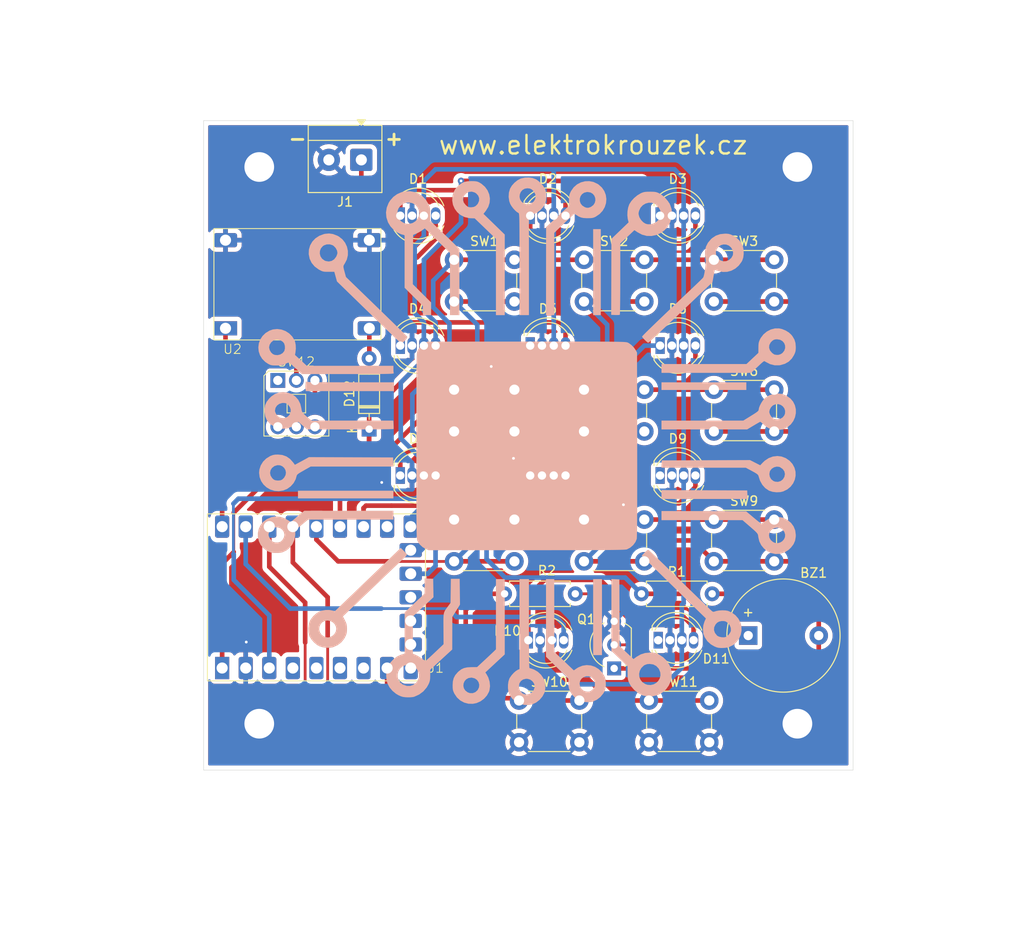
<source format=kicad_pcb>
(kicad_pcb (version 20241229) (generator "pcbnew") (generator_version "9.0")
  (layers (0 "F.Cu" signal) (2 "B.Cu" signal) (13 "F.Paste" user) (15 "B.Paste" user) (5 "F.SilkS" user "F.Silkscreen") (7 "B.SilkS" user "B.Silkscreen") (1 "F.Mask" user) (3 "B.Mask" user) (25 "Edge.Cuts" user))
  (net 0 "")
  (net 1 "Net-(BZ1--)")
  (net 2 "+5V")
  (net 3 "Net-(D1-DO)")
  (net 4 "+3V3")
  (net 5 "GND")
  (net 6 "LED0")
  (net 7 "Net-(D2-DO)")
  (net 8 "Net-(D3-DO)")
  (net 9 "Net-(D4-DO)")
  (net 10 "Net-(D5-DO)")
  (net 11 "Net-(D6-DO)")
  (net 12 "Net-(D7-DO)")
  (net 13 "Net-(D8-DO)")
  (net 15 "Net-(D10-DO)")
  (net 16 "LED1")
  (net 18 "Net-(D12-A)")
  (net 19 "Net-(J1-Pin_1)")
  (net 20 "Net-(Q1-B)")
  (net 21 "BUZ")
  (net 22 "ROW0")
  (net 23 "COL0")
  (net 24 "COL1")
  (net 25 "COL2")
  (net 26 "ROW1")
  (net 27 "ROW2")
  (net 28 "BTN0")
  (net 29 "BTN1")
  (net 32 "Net-(U2-+Vin)")
  (footprint "Krouzek:LED_D5.0mm-4_RGB" (layer "F.Cu") (at 140.141393 114.651)
    (property "Reference" "D10" (at -2.25 -1 0) (layer "F.SilkS"))
    (property "Value" "APA-106-F5")
    (pad "1" thru_hole rect (at 0 0) (size 1 1.8) (drill 0.9) (layers "*.Cu" "*.Mask") (net 15 "Net-(D10-DO)"))
    (pad "2" thru_hole oval (at 1.27 0) (size 1 1.8) (drill 0.9) (layers "*.Cu" "*.Mask") (net 5 "GND"))
    (pad "3" thru_hole oval (at 2.54 0) (size 1 1.8) (drill 0.9) (layers "*.Cu" "*.Mask") (net 4 "+3V3"))
    (pad "4" thru_hole oval (at 3.81 0) (size 1 1.8) (drill 0.9) (layers "*.Cu" "*.Mask") (net 16 "LED1"))
  )
  (footprint "Button_Switch_THT:SW_PUSH_6mm_H5mm" (layer "F.Cu") (at 160.141393 87.651)
    (property "Reference" "SW6" (at 3.25 -2 0) (layer "F.SilkS"))
    (property "Value" "SW_Push")
    (pad "1" thru_hole circle (at 0 0 90) (size 2 2) (drill 1.1) (layers "*.Cu" "*.Mask") (net 26 "ROW1"))
    (pad "1" thru_hole circle (at 6.5 0 90) (size 2 2) (drill 1.1) (layers "*.Cu" "*.Mask") (net 26 "ROW1"))
    (pad "2" thru_hole circle (at 0 4.5 90) (size 2 2) (drill 1.1) (layers "*.Cu" "*.Mask") (net 25 "COL2"))
    (pad "2" thru_hole circle (at 6.5 4.5 90) (size 2 2) (drill 1.1) (layers "*.Cu" "*.Mask") (net 25 "COL2"))
  )
  (footprint "Buzzer_Beeper:Buzzer_12x9.5RM7.6" (layer "F.Cu") (at 163.841393 114.151)
    (property "Reference" "BZ1" (at 7.05 -6.75 0) (layer "F.SilkS"))
    (property "Value" "Buzzer")
    (fp_text user "+" (at -0.01 -2.54 0) (layer "F.SilkS"))
    (pad "1" thru_hole rect (at 0 0) (size 2 2) (drill 1) (layers "*.Cu" "*.Mask") (net 2 "+5V"))
    (pad "2" thru_hole circle (at 7.6 0) (size 2 2) (drill 1) (layers "*.Cu" "*.Mask") (net 1 "Net-(BZ1--)"))
  )
  (footprint "Krouzek:LED_D5.0mm-4_RGB" (layer "F.Cu") (at 154.341393 68.901)
    (property "Reference" "D3" (at 1.905 -3.96 0) (layer "F.SilkS"))
    (property "Value" "APA-106-F5")
    (pad "1" thru_hole rect (at 0 0) (size 1 1.8) (drill 0.9) (layers "*.Cu" "*.Mask") (net 8 "Net-(D3-DO)"))
    (pad "2" thru_hole oval (at 1.27 0) (size 1 1.8) (drill 0.9) (layers "*.Cu" "*.Mask") (net 5 "GND"))
    (pad "3" thru_hole oval (at 2.54 0) (size 1 1.8) (drill 0.9) (layers "*.Cu" "*.Mask") (net 4 "+3V3"))
    (pad "4" thru_hole oval (at 3.81 0) (size 1 1.8) (drill 0.9) (layers "*.Cu" "*.Mask") (net 7 "Net-(D2-DO)"))
  )
  (footprint "Resistor_THT:R_Axial_DIN0207_L6.3mm_D2.5mm_P7.62mm_Horizontal" (layer "F.Cu") (at 152.331393 109.651)
    (property "Reference" "R1" (at 3.81 -2.37 0) (layer "F.SilkS"))
    (property "Value" "100k")
    (pad "1" thru_hole circle (at 0 0) (size 1.6 1.6) (drill 0.8) (layers "*.Cu" "*.Mask") (net 2 "+5V"))
    (pad "2" thru_hole oval (at 7.62 0) (size 1.6 1.6) (drill 0.8) (layers "*.Cu" "*.Mask") (net 1 "Net-(BZ1--)"))
  )
  (footprint "Button_Switch_THT:SW_PUSH_6mm_H5mm" (layer "F.Cu") (at 139.141393 121.151)
    (property "Reference" "SW10" (at 3.25 -2 0) (layer "F.SilkS"))
    (property "Value" "SW_Push")
    (pad "1" thru_hole circle (at 0 0 90) (size 2 2) (drill 1.1) (layers "*.Cu" "*.Mask") (net 28 "BTN0"))
    (pad "1" thru_hole circle (at 6.5 0 90) (size 2 2) (drill 1.1) (layers "*.Cu" "*.Mask") (net 28 "BTN0"))
    (pad "2" thru_hole circle (at 0 4.5 90) (size 2 2) (drill 1.1) (layers "*.Cu" "*.Mask") (net 5 "GND"))
    (pad "2" thru_hole circle (at 6.5 4.5 90) (size 2 2) (drill 1.1) (layers "*.Cu" "*.Mask") (net 5 "GND"))
  )
  (footprint "Button_Switch_THT:SW_PUSH_6mm_H5mm" (layer "F.Cu") (at 146.141393 101.651)
    (property "Reference" "SW8" (at 3.25 -2 0) (layer "F.SilkS"))
    (property "Value" "SW_Push")
    (pad "1" thru_hole circle (at 0 0 90) (size 2 2) (drill 1.1) (layers "*.Cu" "*.Mask") (net 27 "ROW2"))
    (pad "1" thru_hole circle (at 6.5 0 90) (size 2 2) (drill 1.1) (layers "*.Cu" "*.Mask") (net 27 "ROW2"))
    (pad "2" thru_hole circle (at 0 4.5 90) (size 2 2) (drill 1.1) (layers "*.Cu" "*.Mask") (net 24 "COL1"))
    (pad "2" thru_hole circle (at 6.5 4.5 90) (size 2 2) (drill 1.1) (layers "*.Cu" "*.Mask") (net 24 "COL1"))
  )
  (footprint "Button_Switch_THT:SW_PUSH_6mm_H5mm" (layer "F.Cu") (at 132.141393 101.651)
    (property "Reference" "SW7" (at 3.25 -2 0) (layer "F.SilkS"))
    (property "Value" "SW_Push")
    (pad "1" thru_hole circle (at 0 0 90) (size 2 2) (drill 1.1) (layers "*.Cu" "*.Mask") (net 27 "ROW2"))
    (pad "1" thru_hole circle (at 6.5 0 90) (size 2 2) (drill 1.1) (layers "*.Cu" "*.Mask") (net 27 "ROW2"))
    (pad "2" thru_hole circle (at 0 4.5 90) (size 2 2) (drill 1.1) (layers "*.Cu" "*.Mask") (net 23 "COL0"))
    (pad "2" thru_hole circle (at 6.5 4.5 90) (size 2 2) (drill 1.1) (layers "*.Cu" "*.Mask") (net 23 "COL0"))
  )
  (footprint "Button_Switch_THT:SW_PUSH_6mm_H5mm" (layer "F.Cu") (at 146.141393 87.651)
    (property "Reference" "SW5" (at 3.25 -2 0) (layer "F.SilkS"))
    (property "Value" "SW_Push")
    (pad "1" thru_hole circle (at 0 0 90) (size 2 2) (drill 1.1) (layers "*.Cu" "*.Mask") (net 26 "ROW1"))
    (pad "1" thru_hole circle (at 6.5 0 90) (size 2 2) (drill 1.1) (layers "*.Cu" "*.Mask") (net 26 "ROW1"))
    (pad "2" thru_hole circle (at 0 4.5 90) (size 2 2) (drill 1.1) (layers "*.Cu" "*.Mask") (net 24 "COL1"))
    (pad "2" thru_hole circle (at 6.5 4.5 90) (size 2 2) (drill 1.1) (layers "*.Cu" "*.Mask") (net 24 "COL1"))
  )
  (footprint "Krouzek:Waveshare RP2040" (layer "F.Cu") (at 105.551393 119.031 90)
    (property "Reference" "U1" (at 1.38 24.5 0) (layer "F.SilkS") (effects (font (thickness 0.1))))
    (property "Value" "~")
    (pad "1" thru_hole rect (at 1.38 1.59 90) (size 2.4 1.524) (drill 1.2) (layers "*.Cu" "*.Mask") (net 2 "+5V"))
    (pad "2" thru_hole roundrect (at 1.38 4.13 90) (size 2.4 1.524) (drill 1.2) (layers "*.Cu" "*.Mask") (roundrect_rratio 0.1640419948) (net 5 "GND"))
    (pad "3" thru_hole roundrect (at 1.38 6.67 90) (size 2.4 1.524) (drill 1.2) (layers "*.Cu" "*.Mask") (roundrect_rratio 0.1640419948) (net 4 "+3V3"))
    (pad "4" thru_hole roundrect (at 1.38 9.21 90) (size 2.4 1.524) (drill 1.2) (layers "*.Cu" "*.Mask") (roundrect_rratio 0.1640419948))
    (pad "5" thru_hole roundrect (at 1.38 11.75 90) (size 2.4 1.524) (drill 1.2) (layers "*.Cu" "*.Mask") (roundrect_rratio 0.1640419948))
    (pad "6" thru_hole roundrect (at 1.38 14.29 90) (size 2.4 1.524) (drill 1.2) (layers "*.Cu" "*.Mask") (roundrect_rratio 0.1640419948))
    (pad "7" thru_hole roundrect (at 1.38 16.83 90) (size 2.4 1.524) (drill 1.2) (layers "*.Cu" "*.Mask") (roundrect_rratio 0.1640419948))
    (pad "8" thru_hole roundrect (at 1.38 19.37 90) (size 2.4 1.524) (drill 1.2) (layers "*.Cu" "*.Mask") (roundrect_rratio 0.1640419948) (net 21 "BUZ"))
    (pad "9" thru_hole roundrect (at 1.38 21.91 90) (size 2.4 1.524) (drill 1.2) (layers "*.Cu" "*.Mask") (roundrect_rratio 0.1640419948))
    (pad "10" thru_hole roundrect (at 3.92 21.91 180) (size 2.4 1.524) (drill 1.2) (layers "*.Cu" "*.Mask") (roundrect_rratio 0.1640419948))
    (pad "11" thru_hole roundrect (at 6.46 21.91 180) (size 2.4 1.524) (drill 1.2) (layers "*.Cu" "*.Mask") (roundrect_rratio 0.1640419948))
    (pad "12" thru_hole roundrect (at 9 21.91 180) (size 2.4 1.524) (drill 1.2) (layers "*.Cu" "*.Mask") (roundrect_rratio 0.1640419948))
    (pad "13" thru_hole roundrect (at 11.54 21.91 180) (size 2.4 1.524) (drill 1.2) (layers "*.Cu" "*.Mask") (roundrect_rratio 0.1640419948) (net 27 "ROW2"))
    (pad "14" thru_hole roundrect (at 14.08 21.91 180) (size 2.4 1.524) (drill 1.2) (layers "*.Cu" "*.Mask") (roundrect_rratio 0.1640419948) (net 26 "ROW1"))
    (pad "15" thru_hole roundrect (at 16.62 21.91 270) (size 2.4 1.524) (drill 1.2) (layers "*.Cu" "*.Mask") (roundrect_rratio 0.1640419948) (net 22 "ROW0"))
    (pad "16" thru_hole roundrect (at 16.62 19.37 270) (size 2.4 1.524) (drill 1.2) (layers "*.Cu" "*.Mask") (roundrect_rratio 0.1640419948))
    (pad "17" thru_hole roundrect (at 16.62 16.83 270) (size 2.4 1.524) (drill 1.2) (layers "*.Cu" "*.Mask") (roundrect_rratio 0.1640419948) (net 25 "COL2"))
    (pad "18" thru_hole roundrect (at 16.62 14.29 270) (size 2.4 1.524) (drill 1.2) (layers "*.Cu" "*.Mask") (roundrect_rratio 0.1640419948) (net 24 "COL1"))
    (pad "19" thru_hole roundrect (at 16.62 11.75 270) (size 2.4 1.524) (drill 1.2) (layers "*.Cu" "*.Mask") (roundrect_rratio 0.1640419948) (net 23 "COL0"))
    (pad "20" thru_hole roundrect (at 16.62 9.21 270) (size 2.4 1.524) (drill 1.2) (layers "*.Cu" "*.Mask") (roundrect_rratio 0.1640419948) (net 29 "BTN1"))
    (pad "21" thru_hole roundrect (at 16.62 6.67 270) (size 2.4 1.524) (drill 1.2) (layers "*.Cu" "*.Mask") (roundrect_rratio 0.1640419948) (net 28 "BTN0"))
    (pad "22" thru_hole roundrect (at 16.62 4.13 270) (size 2.4 1.524) (drill 1.2) (layers "*.Cu" "*.Mask") (roundrect_rratio 0.1640419948) (net 16 "LED1"))
    (pad "23" thru_hole roundrect (at 16.62 1.59 270) (size 2.4 1.524) (drill 1.2) (layers "*.Cu" "*.Mask") (roundrect_rratio 0.1640419948) (net 6 "LED0"))
  )
  (footprint "Resistor_THT:R_Axial_DIN0207_L6.3mm_D2.5mm_P7.62mm_Horizontal" (layer "F.Cu") (at 145.201393 109.651 180)
    (property "Reference" "R2" (at 3.06 2.5 0) (layer "F.SilkS"))
    (property "Value" "10k")
    (pad "1" thru_hole circle (at 0 0 180) (size 1.6 1.6) (drill 0.8) (layers "*.Cu" "*.Mask") (net 20 "Net-(Q1-B)"))
    (pad "2" thru_hole oval (at 7.62 0 180) (size 1.6 1.6) (drill 0.8) (layers "*.Cu" "*.Mask") (net 21 "BUZ"))
  )
  (footprint "Krouzek:LED_D5.0mm-4_RGB" (layer "F.Cu") (at 154.341393 82.901)
    (property "Reference" "D6" (at 1.905 -3.96 0) (layer "F.SilkS"))
    (property "Value" "APA-106-F5")
    (pad "1" thru_hole rect (at 0 0) (size 1 1.8) (drill 0.9) (layers "*.Cu" "*.Mask") (net 11 "Net-(D6-DO)"))
    (pad "2" thru_hole oval (at 1.27 0) (size 1 1.8) (drill 0.9) (layers "*.Cu" "*.Mask") (net 5 "GND"))
    (pad "3" thru_hole oval (at 2.54 0) (size 1 1.8) (drill 0.9) (layers "*.Cu" "*.Mask") (net 4 "+3V3"))
    (pad "4" thru_hole oval (at 3.81 0) (size 1 1.8) (drill 0.9) (layers "*.Cu" "*.Mask") (net 10 "Net-(D5-DO)"))
  )
  (footprint "Button_Switch_THT:SW_PUSH_6mm_H5mm" (layer "F.Cu") (at 153.141393 121.151)
    (property "Reference" "SW11" (at 3.25 -2 0) (layer "F.SilkS"))
    (property "Value" "SW_Push")
    (pad "1" thru_hole circle (at 0 0 90) (size 2 2) (drill 1.1) (layers "*.Cu" "*.Mask") (net 29 "BTN1"))
    (pad "1" thru_hole circle (at 6.5 0 90) (size 2 2) (drill 1.1) (layers "*.Cu" "*.Mask") (net 29 "BTN1"))
    (pad "2" thru_hole circle (at 0 4.5 90) (size 2 2) (drill 1.1) (layers "*.Cu" "*.Mask") (net 5 "GND"))
    (pad "2" thru_hole circle (at 6.5 4.5 90) (size 2 2) (drill 1.1) (layers "*.Cu" "*.Mask") (net 5 "GND"))
  )
  (footprint "Package_TO_SOT_THT:TO-92_Inline_Wide" (layer "F.Cu") (at 149.391393 117.691 90)
    (property "Reference" "Q1" (at 5.29 -3 180) (layer "F.SilkS"))
    (property "Value" "BC546")
    (pad "1" thru_hole rect (at 0 0 90) (size 1.5 1.5) (drill 0.8) (layers "*.Cu" "*.Mask") (net 1 "Net-(BZ1--)"))
    (pad "2" thru_hole circle (at 2.54 0 90) (size 1.5 1.5) (drill 0.8) (layers "*.Cu" "*.Mask") (net 20 "Net-(Q1-B)"))
    (pad "3" thru_hole circle (at 5.08 0 90) (size 1.5 1.5) (drill 0.8) (layers "*.Cu" "*.Mask") (net 5 "GND"))
  )
  (footprint "Krouzek:LED_D5.0mm-4_RGB" (layer "F.Cu") (at 140.341393 68.901)
    (property "Reference" "D2" (at 1.905 -3.96 0) (layer "F.SilkS"))
    (property "Value" "APA-106-F5")
    (pad "1" thru_hole rect (at 0 0) (size 1 1.8) (drill 0.9) (layers "*.Cu" "*.Mask") (net 7 "Net-(D2-DO)"))
    (pad "2" thru_hole oval (at 1.27 0) (size 1 1.8) (drill 0.9) (layers "*.Cu" "*.Mask") (net 5 "GND"))
    (pad "3" thru_hole oval (at 2.54 0) (size 1 1.8) (drill 0.9) (layers "*.Cu" "*.Mask") (net 4 "+3V3"))
    (pad "4" thru_hole oval (at 3.81 0) (size 1 1.8) (drill 0.9) (layers "*.Cu" "*.Mask") (net 3 "Net-(D1-DO)"))
  )
  (footprint "Button_Switch_THT:SW_PUSH_6mm_H5mm" (layer "F.Cu") (at 146.141393 73.651)
    (property "Reference" "SW2" (at 3.25 -2 0) (layer "F.SilkS"))
    (property "Value" "SW_Push")
    (pad "1" thru_hole circle (at 0 0 90) (size 2 2) (drill 1.1) (layers "*.Cu" "*.Mask") (net 22 "ROW0"))
    (pad "1" thru_hole circle (at 6.5 0 90) (size 2 2) (drill 1.1) (layers "*.Cu" "*.Mask") (net 22 "ROW0"))
    (pad "2" thru_hole circle (at 0 4.5 90) (size 2 2) (drill 1.1) (layers "*.Cu" "*.Mask") (net 24 "COL1"))
    (pad "2" thru_hole circle (at 6.5 4.5 90) (size 2 2) (drill 1.1) (layers "*.Cu" "*.Mask") (net 24 "COL1"))
  )
  (footprint "Krouzek:DC-DC-18x12mm" (layer "F.Cu") (at 106.253893 82.2885)
    (property "Reference" "U2" (at 2 1 0) (layer "F.SilkS") (effects (font (thickness 0.1))))
    (property "Value" "~")
    (pad "1" thru_hole roundrect (at 1.25 -1.25) (size 2.5 1.524) (drill 1.2) (layers "*.Cu" "*.Mask") (roundrect_rratio 0) (chamfer_ratio 0.2) (chamfer) (net 32 "Net-(U2-+Vin)"))
    (pad "2" thru_hole roundrect (at 1.25 -10.75) (size 2.5 1.524) (drill 1.2) (layers "*.Cu" "*.Mask") (roundrect_rratio 0.1640419948) (net 5 "GND"))
    (pad "3" thru_hole roundrect (at 16.75 -10.75) (size 2.5 1.524) (drill 1.2) (layers "*.Cu" "*.Mask") (roundrect_rratio 0.1640419948) (net 5 "GND"))
    (pad "4" thru_hole roundrect (at 16.75 -1.25) (size 2.5 1.524) (drill 1.2) (layers "*.Cu" "*.Mask") (roundrect_rratio 0.1640419948) (net 18 "Net-(D12-A)"))
  )
  (footprint "Diode_THT:D_DO-35_SOD27_P7.62mm_Horizontal" (layer "F.Cu") (at 122.985598 91.905282 90)
    (property "Reference" "D12" (at 3.81 -2.12 90) (layer "F.SilkS"))
    (property "Value" "D_Schottky")
    (fp_text user "K" (at 0 -1.8 90) (layer "F.SilkS"))
    (pad "1" thru_hole rect (at 0 0 90) (size 1.6 1.6) (drill 0.8) (layers "*.Cu" "*.Mask") (net 2 "+5V"))
    (pad "2" thru_hole oval (at 7.62 0 90) (size 1.6 1.6) (drill 0.8) (layers "*.Cu" "*.Mask") (net 18 "Net-(D12-A)"))
  )
  (footprint "Button_Switch_THT:SW_PUSH_6mm_H5mm" (layer "F.Cu") (at 132.141393 73.651)
    (property "Reference" "SW1" (at 3.25 -2 0) (layer "F.SilkS"))
    (property "Value" "SW_Push")
    (pad "1" thru_hole circle (at 0 0 90) (size 2 2) (drill 1.1) (layers "*.Cu" "*.Mask") (net 22 "ROW0"))
    (pad "1" thru_hole circle (at 6.5 0 90) (size 2 2) (drill 1.1) (layers "*.Cu" "*.Mask") (net 22 "ROW0"))
    (pad "2" thru_hole circle (at 0 4.5 90) (size 2 2) (drill 1.1) (layers "*.Cu" "*.Mask") (net 23 "COL0"))
    (pad "2" thru_hole circle (at 6.5 4.5 90) (size 2 2) (drill 1.1) (layers "*.Cu" "*.Mask") (net 23 "COL0"))
  )
  (footprint "Button_Switch_THT:SW_PUSH_6mm_H5mm" (layer "F.Cu") (at 160.141393 73.651)
    (property "Reference" "SW3" (at 3.25 -2 0) (layer "F.SilkS"))
    (property "Value" "SW_Push")
    (pad "1" thru_hole circle (at 0 0 90) (size 2 2) (drill 1.1) (layers "*.Cu" "*.Mask") (net 22 "ROW0"))
    (pad "1" thru_hole circle (at 6.5 0 90) (size 2 2) (drill 1.1) (layers "*.Cu" "*.Mask") (net 22 "ROW0"))
    (pad "2" thru_hole circle (at 0 4.5 90) (size 2 2) (drill 1.1) (layers "*.Cu" "*.Mask") (net 25 "COL2"))
    (pad "2" thru_hole circle (at 6.5 4.5 90) (size 2 2) (drill 1.1) (layers "*.Cu" "*.Mask") (net 25 "COL2"))
  )
  (footprint "Krouzek:LED_D5.0mm-4_RGB" (layer "F.Cu") (at 126.341393 68.901)
    (property "Reference" "D1" (at 1.905 -3.96 0) (layer "F.SilkS"))
    (property "Value" "APA-106-F5")
    (pad "1" thru_hole rect (at 0 0) (size 1 1.8) (drill 0.9) (layers "*.Cu" "*.Mask") (net 3 "Net-(D1-DO)"))
    (pad "2" thru_hole oval (at 1.27 0) (size 1 1.8) (drill 0.9) (layers "*.Cu" "*.Mask") (net 5 "GND"))
    (pad "3" thru_hole oval (at 2.54 0) (size 1 1.8) (drill 0.9) (layers "*.Cu" "*.Mask") (net 4 "+3V3"))
    (pad "4" thru_hole oval (at 3.81 0) (size 1 1.8) (drill 0.9) (layers "*.Cu" "*.Mask") (net 6 "LED0"))
  )
  (footprint "Krouzek:LED_D5.0mm-4_RGB" (layer "F.Cu") (at 140.341393 82.901)
    (property "Reference" "D5" (at 1.905 -3.96 0) (layer "F.SilkS"))
    (property "Value" "APA-106-F5")
    (pad "1" thru_hole rect (at 0 0) (size 1 1.8) (drill 0.9) (layers "*.Cu" "*.Mask") (net 10 "Net-(D5-DO)"))
    (pad "2" thru_hole oval (at 1.27 0) (size 1 1.8) (drill 0.9) (layers "*.Cu" "*.Mask") (net 5 "GND"))
    (pad "3" thru_hole oval (at 2.54 0) (size 1 1.8) (drill 0.9) (layers "*.Cu" "*.Mask") (net 4 "+3V3"))
    (pad "4" thru_hole oval (at 3.81 0) (size 1 1.8) (drill 0.9) (layers "*.Cu" "*.Mask") (net 9 "Net-(D4-DO)"))
  )
  (footprint "Krouzek:SW_DPDT_7x7_Turbo" (layer "F.Cu") (at 115.141393 89.151)
    (property "Reference" "SW12" (at 0 -4.5 0) (layer "F.SilkS") (effects (font (thickness 0.1))))
    (property "Value" "7x7mm")
    (pad "1" thru_hole rect (at -2 -2.5) (size 1.6 1.6) (drill 1) (layers "*.Cu" "*.Mask"))
    (pad "2" thru_hole circle (at 0 -2.5) (size 1.6 1.6) (drill 1) (layers "*.Cu" "*.Mask") (net 19 "Net-(J1-Pin_1)"))
    (pad "3" thru_hole circle (at 2 -2.5) (size 1.6 1.6) (drill 1) (layers "*.Cu" "*.Mask") (net 32 "Net-(U2-+Vin)"))
    (pad "4" thru_hole circle (at -2 2.5) (size 1.6 1.6) (drill 1) (layers "*.Cu" "*.Mask"))
    (pad "5" thru_hole circle (at 0 2.5) (size 1.6 1.6) (drill 1) (layers "*.Cu" "*.Mask"))
    (pad "6" thru_hole circle (at 2 2.5) (size 1.6 1.6) (drill 1) (layers "*.Cu" "*.Mask"))
  )
  (footprint "Krouzek:LED_D5.0mm-4_RGB" (layer "F.Cu") (at 126.341393 82.901)
    (property "Reference" "D4" (at 1.905 -3.96 0) (layer "F.SilkS"))
    (property "Value" "APA-106-F5")
    (pad "1" thru_hole rect (at 0 0) (size 1 1.8) (drill 0.9) (layers "*.Cu" "*.Mask") (net 9 "Net-(D4-DO)"))
    (pad "2" thru_hole oval (at 1.27 0) (size 1 1.8) (drill 0.9) (layers "*.Cu" "*.Mask") (net 5 "GND"))
    (pad "3" thru_hole oval (at 2.54 0) (size 1 1.8) (drill 0.9) (layers "*.Cu" "*.Mask") (net 4 "+3V3"))
    (pad "4" thru_hole oval (at 3.81 0) (size 1 1.8) (drill 0.9) (layers "*.Cu" "*.Mask") (net 8 "Net-(D3-DO)"))
  )
  (footprint "Button_Switch_THT:SW_PUSH_6mm_H5mm" (layer "F.Cu") (at 160.141393 101.651)
    (property "Reference" "SW9" (at 3.25 -2 0) (layer "F.SilkS"))
    (property "Value" "SW_Push")
    (pad "1" thru_hole circle (at 0 0 90) (size 2 2) (drill 1.1) (layers "*.Cu" "*.Mask") (net 27 "ROW2"))
    (pad "1" thru_hole circle (at 6.5 0 90) (size 2 2) (drill 1.1) (layers "*.Cu" "*.Mask") (net 27 "ROW2"))
    (pad "2" thru_hole circle (at 0 4.5 90) (size 2 2) (drill 1.1) (layers "*.Cu" "*.Mask") (net 25 "COL2"))
    (pad "2" thru_hole circle (at 6.5 4.5 90) (size 2 2) (drill 1.1) (layers "*.Cu" "*.Mask") (net 25 "COL2"))
  )
  (footprint "Button_Switch_THT:SW_PUSH_6mm_H5mm" (layer "F.Cu") (at 132.141393 87.651)
    (property "Reference" "SW4" (at 3.25 -2 0) (layer "F.SilkS"))
    (property "Value" "SW_Push")
    (pad "1" thru_hole circle (at 0 0 90) (size 2 2) (drill 1.1) (layers "*.Cu" "*.Mask") (net 26 "ROW1"))
    (pad "1" thru_hole circle (at 6.5 0 90) (size 2 2) (drill 1.1) (layers "*.Cu" "*.Mask") (net 26 "ROW1"))
    (pad "2" thru_hole circle (at 0 4.5 90) (size 2 2) (drill 1.1) (layers "*.Cu" "*.Mask") (net 23 "COL0"))
    (pad "2" thru_hole circle (at 6.5 4.5 90) (size 2 2) (drill 1.1) (layers "*.Cu" "*.Mask") (net 23 "COL0"))
  )
  (footprint "Krouzek:LED_D5.0mm-4_RGB" (layer "F.Cu") (at 140.341393 96.901)
    (property "Reference" "D8" (at 1.905 -3.96 0) (layer "F.SilkS"))
    (property "Value" "APA-106-F5")
    (pad "1" thru_hole rect (at 0 0) (size 1 1.8) (drill 0.9) (layers "*.Cu" "*.Mask") (net 13 "Net-(D8-DO)"))
    (pad "2" thru_hole oval (at 1.27 0) (size 1 1.8) (drill 0.9) (layers "*.Cu" "*.Mask") (net 5 "GND"))
    (pad "3" thru_hole oval (at 2.54 0) (size 1 1.8) (drill 0.9) (layers "*.Cu" "*.Mask") (net 4 "+3V3"))
    (pad "4" thru_hole oval (at 3.81 0) (size 1 1.8) (drill 0.9) (layers "*.Cu" "*.Mask") (net 12 "Net-(D7-DO)"))
  )
  (footprint "TerminalBlock_4Ucon:TerminalBlock_4Ucon_1x02_P3.50mm_Horizontal" (layer "F.Cu") (at 122.141393 62.8835 180)
    (property "Reference" "J1" (at 1.75 -4.5175 0) (layer "F.SilkS"))
    (property "Value" "Screw_Terminal_01x02")
    (pad "1" thru_hole roundrect (at 0 0 180) (size 2.4 2.4) (drill 1.2) (layers "*.Cu" "*.Mask") (roundrect_rratio 0.104167) (net 19 "Net-(J1-Pin_1)"))
    (pad "2" thru_hole circle (at 3.5 0 180) (size 2.4 2.4) (drill 1.2) (layers "*.Cu" "*.Mask") (net 5 "GND"))
  )
  (footprint "Krouzek:LED_D5.0mm-4_RGB" (layer "F.Cu") (at 154.141393 114.651)
    (property "Reference" "D11" (at 6.25 2 0) (layer "F.SilkS"))
    (property "Value" "APA-106-F5")
    (pad "1" thru_hole rect (at 0 0) (size 1 1.8) (drill 0.9) (layers "*.Cu" "*.Mask"))
    (pad "2" thru_hole oval (at 1.27 0) (size 1 1.8) (drill 0.9) (layers "*.Cu" "*.Mask") (net 5 "GND"))
    (pad "3" thru_hole oval (at 2.54 0) (size 1 1.8) (drill 0.9) (layers "*.Cu" "*.Mask") (net 4 "+3V3"))
    (pad "4" thru_hole oval (at 3.81 0) (size 1 1.8) (drill 0.9) (layers "*.Cu" "*.Mask") (net 15 "Net-(D10-DO)"))
  )
  (footprint "Krouzek:LED_D5.0mm-4_RGB" (layer "F.Cu") (at 154.341393 96.901)
    (property "Reference" "D9" (at 1.905 -3.96 0) (layer "F.SilkS"))
    (property "Value" "APA-106-F5")
    (pad "1" thru_hole rect (at 0 0) (size 1 1.8) (drill 0.9) (layers "*.Cu" "*.Mask"))
    (pad "2" thru_hole oval (at 1.27 0) (size 1 1.8) (drill 0.9) (layers "*.Cu" "*.Mask") (net 5 "GND"))
    (pad "3" thru_hole oval (at 2.54 0) (size 1 1.8) (drill 0.9) (layers "*.Cu" "*.Mask") (net 4 "+3V3"))
    (pad "4" thru_hole oval (at 3.81 0) (size 1 1.8) (drill 0.9) (layers "*.Cu" "*.Mask") (net 13 "Net-(D8-DO)"))
  )
  (footprint "Krouzek:LED_D5.0mm-4_RGB" (layer "F.Cu") (at 126.341393 96.901)
    (property "Reference" "D7" (at 1.905 -3.96 0) (layer "F.SilkS"))
    (property "Value" "APA-106-F5")
    (pad "1" thru_hole rect (at 0 0) (size 1 1.8) (drill 0.9) (layers "*.Cu" "*.Mask") (net 12 "Net-(D7-DO)"))
    (pad "2" thru_hole oval (at 1.27 0) (size 1 1.8) (drill 0.9) (layers "*.Cu" "*.Mask") (net 5 "GND"))
    (pad "3" thru_hole oval (at 2.54 0) (size 1 1.8) (drill 0.9) (layers "*.Cu" "*.Mask") (net 4 "+3V3"))
    (pad "4" thru_hole oval (at 3.81 0) (size 1 1.8) (drill 0.9) (layers "*.Cu" "*.Mask") (net 11 "Net-(D6-DO)"))
  )
  (footprint "Krouzek:logo_svab" (layer "B.Cu") (at 140.141393 93.651 180)
    (property "Reference" "G***" (hide yes))
    (property "Value" "LOGO" (hide yes))
  )
  (gr_rect (start 105.141393 58.651) (end 175.141393 128.651) (stroke (width 0.05)) (fill no) (layer "Edge.Cuts"))
  (gr_text "-" (at 114.141393 61.451 0) (layer "F.SilkS") (effects (font (size 1.5 1.5) (thickness 0.3) (bold yes)) (justify left bottom)))
  (gr_text "+" (at 124.541393 61.451 0) (layer "F.SilkS") (effects (font (size 1.5 1.5) (thickness 0.3) (bold yes)) (justify left bottom)))
  (gr_text "www.elektrokrouzek.cz" (at 130.341393 62.451 0) (layer "F.SilkS") (effects (font (size 2 2) (thickness 0.26) (bold yes)) (justify left bottom)))
  (segment (start 171.441393 112.201) (end 171.441393 114.151) (width 0.5) (layer "F.Cu") (net 1))
  (segment (start 171.441393 114.151) (end 171.441393 115.851) (width 0.5) (layer "F.Cu") (net 1))
  (segment (start 168.891393 109.651) (end 171.441393 112.201) (width 0.5) (layer "F.Cu") (net 1))
  (segment (start 159.951393 109.651) (end 168.891393 109.651) (width 0.5) (layer "F.Cu") (net 1))
  (segment (start 169.601393 117.691) (end 149.391393 117.691) (width 0.5) (layer "F.Cu") (net 1))
  (segment (start 171.441393 115.851) (end 169.601393 117.691) (width 0.5) (layer "F.Cu") (net 1))
  (segment (start 136.141393 85.151) (end 128.141393 85.151) (width 0.5) (layer "F.Cu") (net 2))
  (segment (start 119.391393 97.401) (end 116.641393 97.401) (width 0.5) (layer "F.Cu") (net 2))
  (segment (start 156.891393 109.651) (end 152.331393 109.651) (width 0.5) (layer "F.Cu") (net 2))
  (segment (start 107.141393 117.651) (end 107.141393 113.651) (width 0.5) (layer "F.Cu") (net 2))
  (segment (start 122.985598 93.151) (end 122.985598 93.806795) (width 0.5) (layer "F.Cu") (net 2))
  (segment (start 128.141393 85.151) (end 122.985598 90.306795) (width 0.5) (layer "F.Cu") (net 2))
  (segment (start 107.141393 113.651) (end 107.141393 112.401) (width 0.5) (layer "F.Cu") (net 2))
  (segment (start 122.985598 91.905282) (end 122.985598 93.151) (width 0.5) (layer "F.Cu") (net 2))
  (segment (start 163.841393 114.151) (end 161.391393 114.151) (width 0.5) (layer "F.Cu") (net 2))
  (segment (start 108.391393 105.151) (end 108.391393 100.901) (width 0.3) (layer "F.Cu") (net 2))
  (segment (start 161.391393 114.151) (end 156.891393 109.651) (width 0.5) (layer "F.Cu") (net 2))
  (segment (start 107.141393 106.401) (end 108.391393 105.151) (width 0.5) (layer "F.Cu") (net 2))
  (segment (start 111.891393 97.401) (end 116.641393 97.401) (width 0.5) (layer "F.Cu") (net 2))
  (segment (start 122.985598 90.306795) (end 122.985598 93.151) (width 0.5) (layer "F.Cu") (net 2))
  (segment (start 122.985598 93.806795) (end 119.391393 97.401) (width 0.5) (layer "F.Cu") (net 2))
  (segment (start 107.141393 112.401) (end 107.141393 106.401) (width 0.5) (layer "F.Cu") (net 2))
  (segment (start 108.391393 100.901) (end 111.891393 97.401) (width 0.5) (layer "F.Cu") (net 2))
  (via (at 136.141393 85.151) (size 0.7) (drill 0.3) (layers "F.Cu" "B.Cu") (net 2))
  (segment (start 137.641393 107.901) (end 135.641393 105.901) (width 0.5) (layer "B.Cu") (net 2))
  (segment (start 152.331393 109.651) (end 150.581393 107.901) (width 0.5) (layer "B.Cu") (net 2))
  (segment (start 150.581393 107.901) (end 137.641393 107.901) (width 0.5) (layer "B.Cu") (net 2))
  (segment (start 135.641393 105.901) (end 135.641393 85.651) (width 0.5) (layer "B.Cu") (net 2))
  (segment (start 135.641393 85.651) (end 136.141393 85.151) (width 0.5) (layer "B.Cu") (net 2))
  (segment (start 126.341393 68.901) (end 126.341393 66.951) (width 0.5) (layer "F.Cu") (net 3))
  (segment (start 126.341393 66.951) (end 127.141393 66.151) (width 0.5) (layer "F.Cu") (net 3))
  (segment (start 142.901393 66.151) (end 144.151393 67.401) (width 0.5) (layer "F.Cu") (net 3))
  (segment (start 127.141393 66.151) (end 142.901393 66.151) (width 0.5) (layer "F.Cu") (net 3))
  (segment (start 144.151393 67.401) (end 144.151393 68.901) (width 0.5) (layer "F.Cu") (net 3))
  (segment (start 142.881393 68.901) (end 142.881393 63.911) (width 0.5) (layer "B.Cu") (net 4))
  (segment (start 142.891393 63.901) (end 130.141393 63.901) (width 0.5) (layer "B.Cu") (net 4))
  (segment (start 127.891393 79.401) (end 127.891393 72.146) (width 0.5) (layer "B.Cu") (net 4))
  (segment (start 128.881393 71.156) (end 128.881393 68.901) (width 0.5) (layer "B.Cu") (net 4))
  (segment (start 128.016393 99.401) (end 108.891393 99.401) (width 0.5) (layer "B.Cu") (net 4))
  (segment (start 112.221393 111.981) (end 108.641393 108.401) (width 0.5) (layer "B.Cu") (net 4))
  (segment (start 128.881393 82.901) (end 128.881393 80.391) (width 0.5) (layer "B.Cu") (net 4))
  (segment (start 128.881393 65.161) (end 128.881393 68.901) (width 0.5) (layer "B.Cu") (net 4))
  (segment (start 127.636393 85.646) (end 128.881393 84.401) (width 0.5) (layer "B.Cu") (net 4))
  (segment (start 112.221393 117.651) (end 112.221393 111.981) (width 0.5) (layer "B.Cu") (net 4))
  (segment (start 145.391393 119.401) (end 154.891393 119.401) (width 0.5) (layer "B.Cu") (net 4))
  (segment (start 126.391393 89.901) (end 126.391393 86.891) (width 0.5) (layer "B.Cu") (net 4))
  (segment (start 128.881393 84.401) (end 128.881393 82.901) (width 0.5) (layer "B.Cu") (net 4))
  (segment (start 108.891393 99.401) (end 108.354393 99.938) (width 0.5) (layer "B.Cu") (net 4))
  (segment (start 130.141393 63.901) (end 128.881393 65.161) (width 0.5) (layer "B.Cu") (net 4))
  (segment (start 108.354393 99.938) (end 108.354393 105.364) (width 0.3) (layer "B.Cu") (net 4))
  (segment (start 154.891393 119.401) (end 156.681393 117.611) (width 0.5) (layer "B.Cu") (net 4))
  (segment (start 128.881393 80.391) (end 127.891393 79.401) (width 0.5) (layer "B.Cu") (net 4))
  (segment (start 126.391393 86.891) (end 127.636393 85.646) (width 0.5) (layer "B.Cu") (net 4))
  (segment (start 156.681393 117.611) (end 156.681393 114.651) (width 0.5) (layer "B.Cu") (net 4))
  (segment (start 156.681393 110.841) (end 156.681393 114.651) (width 0.5) (layer "B.Cu") (net 4))
  (segment (start 142.681393 116.691) (end 145.391393 119.401) (width 0.5) (layer "B.Cu") (net 4))
  (segment (start 155.891393 63.901) (end 142.891393 63.901) (width 0.5) (layer "B.Cu") (net 4))
  (segment (start 156.871393 110.651) (end 156.681393 110.841) (width 0.5) (layer "B.Cu") (net 4))
  (segment (start 156.881393 96.901) (end 156.881393 68.901) (width 0.5) (layer "B.Cu") (net 4))
  (segment (start 142.881393 63.911) (end 142.891393 63.901) (width 0.5) (layer "B.Cu") (net 4))
  (segment (start 128.881393 98.536) (end 128.016393 99.401) (width 0.5) (layer "B.Cu") (net 4))
  (segment (start 128.881393 96.901) (end 128.881393 95.391) (width 0.5) (layer "B.Cu") (net 4))
  (segment (start 126.391393 90.151) (end 126.391393 92.901) (width 0.5) (layer "B.Cu") (net 4))
  (segment (start 108.354393 105.364) (end 108.391393 105.401) (width 0.5) (layer "B.Cu") (net 4))
  (segment (start 127.891393 72.146) (end 128.881393 71.156) (width 0.5) (layer "B.Cu") (net 4))
  (segment (start 156.891393 110.651) (end 156.871393 110.651) (width 0.5) (layer "B.Cu") (net 4))
  (segment (start 156.881393 64.891) (end 156.881393 68.901) (width 0.5) (layer "B.Cu") (net 4))
  (segment (start 108.641393 108.401) (end 108.391393 108.151) (width 0.5) (layer "B.Cu") (net 4))
  (segment (start 108.391393 108.151) (end 108.391393 105.401) (width 0.5) (layer "B.Cu") (net 4))
  (segment (start 156.881393 64.891) (end 155.891393 63.901) (width 0.5) (layer "B.Cu") (net 4))
  (segment (start 128.881393 95.391) (end 127.766393 94.276) (width 0.5) (layer "B.Cu") (net 4))
  (segment (start 156.881393 96.901) (end 156.881393 110.641) (width 0.5) (layer "B.Cu") (net 4))
  (segment (start 142.881393 68.901) (end 142.881393 96.901) (width 0.5) (layer "B.Cu") (net 4))
  (segment (start 142.681393 114.651) (end 142.681393 116.691) (width 0.5) (layer "B.Cu") (net 4))
  (segment (start 126.391393 92.901) (end 127.766393 94.276) (width 0.5) (layer "B.Cu") (net 4))
  (segment (start 156.881393 110.641) (end 156.891393 110.651) (width 0.5) (layer "B.Cu") (net 4))
  (segment (start 126.391393 90.151) (end 126.391393 89.901) (width 0.5) (layer "B.Cu") (net 4))
  (segment (start 128.881393 96.901) (end 128.881393 98.536) (width 0.5) (layer "B.Cu") (net 4))
  (segment (start 125.541393 98.851) (end 124.341393 97.651) (width 0.5) (layer "F.Cu") (net 5))
  (segment (start 127.341393 98.851) (end 125.541393 98.851) (width 0.5) (layer "F.Cu") (net 5))
  (segment (start 109.681393 114.911) (end 109.741393 114.851) (width 0.5) (layer "F.Cu") (net 5))
  (segment (start 127.611393 98.581) (end 127.341393 98.851) (width 0.5) (layer "F.Cu") (net 5))
  (segment (start 141.141393 95.051) (end 138.541393 95.051) (width 0.5) (layer "F.Cu") (net 5))
  (segment (start 141.611393 95.521) (end 141.141393 95.051) (width 0.5) (layer "F.Cu") (net 5))
  (segment (start 141.611393 96.901) (end 141.611393 95.521) (width 0.5) (layer "F.Cu") (net 5))
  (segment (start 127.611393 96.901) (end 127.611393 98.581) (width 0.5) (layer "F.Cu") (net 5))
  (segment (start 109.681393 117.651) (end 109.681393 114.911) (width 0.5) (layer "F.Cu") (net 5))
  (via (at 111.141393 123.651) (size 6.3) (drill 3.2) (layers "F.Cu" "B.Cu") (net 5))
  (via (at 124.341393 97.651) (size 0.7) (drill 0.3) (layers "F.Cu" "B.Cu") (net 5))
  (via (at 109.741393 114.851) (size 0.7) (drill 0.3) (layers "F.Cu" "B.Cu") (net 5))
  (via (at 169.141393 63.651) (size 6.3) (drill 3.2) (layers "F.Cu" "B.Cu") (net 5))
  (via (at 169.141393 123.651) (size 6.3) (drill 3.2) (layers "F.Cu" "B.Cu") (net 5))
  (via (at 138.541393 95.051) (size 0.7) (drill 0.3) (layers "F.Cu" "B.Cu") (net 5))
  (via (at 111.141393 63.651) (size 6.3) (drill 3.2) (layers "F.Cu" "B.Cu") (net 5))
  (segment (start 120.141393 77.151) (end 123.891393 73.401) (width 0.5) (layer "F.Cu") (net 6))
  (segment (start 120.141393 94.651) (end 120.141393 77.151) (width 0.5) (layer "F.Cu") (net 6))
  (segment (start 123.891393 73.401) (end 128.141393 73.401) (width 0.5) (layer "F.Cu") (net 6))
  (segment (start 107.141393 98.151) (end 109.391393 95.901) (width 0.5) (layer "F.Cu") (net 6))
  (segment (start 128.141393 73.401) (end 130.151393 71.391) (width 0.5) (layer "F.Cu") (net 6))
  (segment (start 118.891393 95.901) (end 120.141393 94.651) (width 0.5) (layer "F.Cu") (net 6))
  (segment (start 107.141393 102.411) (end 107.141393 98.151) (width 0.5) (layer "F.Cu") (net 6))
  (segment (start 109.391393 95.901) (end 118.891393 95.901) (width 0.5) (layer "F.Cu") (net 6))
  (segment (start 130.151393 71.391) (end 130.151393 68.901) (width 0.5) (layer "F.Cu") (net 6))
  (segment (start 140.341393 70.351) (end 141.891393 71.901) (width 0.5) (layer "F.Cu") (net 7))
  (segment (start 156.891393 71.901) (end 158.151393 70.641) (width 0.5) (layer "F.Cu") (net 7))
  (segment (start 140.341393 68.901) (end 140.341393 70.351) (width 0.5) (layer "F.Cu") (net 7))
  (segment (start 158.151393 70.641) (end 158.151393 68.901) (width 0.5) (layer "F.Cu") (net 7))
  (segment (start 141.891393 71.901) (end 156.891393 71.901) (width 0.5) (layer "F.Cu") (net 7))
  (segment (start 152.341393 65.151) (end 154.341393 67.151) (width 0.5) (layer "F.Cu") (net 8))
  (segment (start 154.341393 67.151) (end 154.341393 68.901) (width 0.5) (layer "F.Cu") (net 8))
  (segment (start 132.891393 65.151) (end 152.341393 65.151) (width 0.5) (layer "F.Cu") (net 8))
  (via (at 132.891393 65.151) (size 0.7) (drill 0.3) (layers "F.Cu" "B.Cu") (net 8))
  (segment (start 130.151393 80.411) (end 128.891393 79.151) (width 0.5) (layer "B.Cu") (net 8))
  (segment (start 128.891393 73.651) (end 132.891393 69.651) (width 0.5) (layer "B.Cu") (net 8))
  (segment (start 132.891393 69.651) (end 132.891393 65.151) (width 0.5) (layer "B.Cu") (net 8))
  (segment (start 128.891393 79.151) (end 128.891393 73.651) (width 0.5) (layer "B.Cu") (net 8))
  (segment (start 130.151393 82.901) (end 130.151393 80.411) (width 0.5) (layer "B.Cu") (net 8))
  (segment (start 143.391393 80.401) (end 144.151393 81.161) (width 0.5) (layer "F.Cu") (net 9))
  (segment (start 126.891393 80.401) (end 143.391393 80.401) (width 0.5) (layer "F.Cu") (net 9))
  (segment (start 144.151393 81.161) (end 144.151393 82.901) (width 0.5) (layer "F.Cu") (net 9))
  (segment (start 126.341393 82.901) (end 126.341393 80.951) (width 0.5) (layer "F.Cu") (net 9))
  (segment (start 126.341393 80.951) (end 126.891393 80.401) (width 0.5) (layer "F.Cu") (net 9))
  (segment (start 158.151393 84.391) (end 158.151393 82.901) (width 0.5) (layer "F.Cu") (net 10))
  (segment (start 140.341393 82.901) (end 140.341393 85.101) (width 0.5) (layer "F.Cu") (net 10))
  (segment (start 140.341393 85.101) (end 141.141393 85.901) (width 0.5) (layer "F.Cu") (net 10))
  (segment (start 156.641393 85.901) (end 158.151393 84.391) (width 0.5) (layer "F.Cu") (net 10))
  (segment (start 141.141393 85.901) (end 156.641393 85.901) (width 0.5) (layer "F.Cu") (net 10))
  (segment (start 150.391393 100.051) (end 139.041393 100.051) (width 0.5) (layer "F.Cu") (net 11))
  (segment (start 139.041393 100.051) (end 135.891393 96.901) (width 0.5) (layer "F.Cu") (net 11))
  (segment (start 135.891393 96.901) (end 130.151393 96.901) (width 0.5) (layer "F.Cu") (net 11))
  (via (at 150.391393 100.051) (size 0.7) (drill 0.3) (layers "F.Cu" "B.Cu") (net 11))
  (segment (start 150.391393 100.051) (end 150.391393 98.401) (width 0.5) (layer "B.Cu") (net 11))
  (segment (start 152.641393 82.901) (end 154.341393 82.901) (width 0.5) (layer "B.Cu") (net 11))
  (segment (start 150.391393 85.151) (end 152.641393 82.901) (width 0.5) (layer "B.Cu") (net 11))
  (segment (start 150.391393 98.401) (end 150.391393 85.151) (width 0.5) (layer "B.Cu") (net 11))
  (segment (start 126.341393 95.201) (end 127.891393 93.651) (width 0.5) (layer "F.Cu") (net 12))
  (segment (start 144.151393 95.411) (end 144.151393 96.901) (width 0.5) (layer "F.Cu") (net 12))
  (segment (start 126.341393 96.901) (end 126.341393 95.201) (width 0.5) (layer "F.Cu") (net 12))
  (segment (start 127.891393 93.651) (end 142.391393 93.651) (width 0.5) (layer "F.Cu") (net 12))
  (segment (start 142.391393 93.651) (end 144.151393 95.411) (width 0.5) (layer "F.Cu") (net 12))
  (segment (start 150.059607 99.25) (end 150.723179 99.25) (width 0.5) (layer "F.Cu") (net 13))
  (segment (start 151.192393 99.719214) (end 151.192393 99.901) (width 0.5) (layer "F.Cu") (net 13))
  (segment (start 140.341393 96.901) (end 140.341393 98.851) (width 0.5) (layer "F.Cu") (net 13))
  (segment (start 150.723179 99.25) (end 151.192393 99.719214) (width 0.5) (layer "F.Cu") (net 13))
  (segment (start 140.341393 98.851) (end 140.840393 99.35) (width 0.5) (layer "F.Cu") (net 13))
  (segment (start 140.840393 99.35) (end 149.959607 99.35) (width 0.5) (layer "F.Cu") (net 13))
  (segment (start 156.391393 99.901) (end 158.151393 98.141) (width 0.5) (layer "F.Cu") (net 13))
  (segment (start 158.151393 98.141) (end 158.151393 96.901) (width 0.5) (layer "F.Cu") (net 13))
  (segment (start 151.192393 99.901) (end 156.391393 99.901) (width 0.5) (layer "F.Cu") (net 13))
  (segment (start 149.959607 99.35) (end 150.059607 99.25) (width 0.5) (layer "F.Cu") (net 13))
  (segment (start 140.141393 109.901) (end 140.141393 114.651) (width 0.5) (layer "F.Cu") (net 15))
  (segment (start 151.891393 112.151) (end 147.891393 108.151) (width 0.5) (layer "F.Cu") (net 15))
  (segment (start 157.951393 113.211) (end 156.891393 112.151) (width 0.5) (layer "F.Cu") (net 15))
  (segment (start 141.891393 108.151) (end 140.141393 109.901) (width 0.5) (layer "F.Cu") (net 15))
  (segment (start 156.891393 112.151) (end 151.891393 112.151) (width 0.5) (layer "F.Cu") (net 15))
  (segment (start 157.951393 114.651) (end 157.951393 113.211) (width 0.5) (layer "F.Cu") (net 15))
  (segment (start 147.891393 108.151) (end 141.891393 108.151) (width 0.5) (layer "F.Cu") (net 15))
  (segment (start 143.951393 114.651) (end 143.951393 112.961) (width 0.5) (layer "B.Cu") (net 16))
  (segment (start 131.891393 111.651) (end 131.641393 111.401) (width 0.5) (layer "B.Cu") (net 16))
  (segment (start 124.298393 111.244) (end 131.484393 111.244) (width 0.3) (layer "B.Cu") (net 16))
  (segment (start 124.298393 111.244) (end 114.484393 111.244) (width 0.5) (layer "B.Cu") (net 16))
  (segment (start 109.681393 106.441) (end 109.681393 102.411) (width 0.5) (layer "B.Cu") (net 16))
  (segment (start 131.484393 111.244) (end 131.891393 111.651) (width 0.3) (layer "B.Cu") (net 16))
  (segment (start 114.484393 111.244) (end 109.681393 106.441) (width 0.5) (layer "B.Cu") (net 16))
  (segment (start 143.141393 112.151) (end 132.391393 112.151) (width 0.5) (layer "B.Cu") (net 16))
  (segment (start 132.391393 112.151) (end 131.891393 111.651) (width 0.5) (layer "B.Cu") (net 16))
  (segment (start 143.951393 112.961) (end 143.141393 112.151) (width 0.5) (layer "B.Cu") (net 16))
  (segment (start 123.003893 81.0385) (end 123.003893 84.266987) (width 0.5) (layer "F.Cu") (net 18))
  (segment (start 123.003893 84.266987) (end 122.985598 84.285282) (width 0.5) (layer "F.Cu") (net 18))
  (segment (start 122.141393 62.8835) (end 122.141393 66.651) (width 0.5) (layer "F.Cu") (net 19))
  (segment (start 115.141393 73.651) (end 115.141393 86.651) (width 0.5) (layer "F.Cu") (net 19))
  (segment (start 122.141393 66.651) (end 115.141393 73.651) (width 0.5) (layer "F.Cu") (net 19))
  (segment (start 150.641393 115.151) (end 149.391393 115.151) (width 0.3) (layer "F.Cu") (net 20))
  (segment (start 151.141393 112.651) (end 151.141393 114.651) (width 0.3) (layer "F.Cu") (net 20))
  (segment (start 145.201393 109.651) (end 148.141393 109.651) (width 0.3) (layer "F.Cu") (net 20))
  (segment (start 151.141393 114.651) (end 150.641393 115.151) (width 0.3) (layer "F.Cu") (net 20))
  (segment (start 148.141393 109.651) (end 151.141393 112.651) (width 0.3) (layer "F.Cu") (net 20))
  (segment (start 124.921393 119.901) (end 124.921393 117.651) (width 0.5) (layer "F.Cu") (net 21))
  (segment (start 135.141393 109.651) (end 133.391393 111.401) (width 0.5) (layer "F.Cu") (net 21))
  (segment (start 133.391393 111.401) (end 133.391393 117.901) (width 0.5) (layer "F.Cu") (net 21))
  (segment (start 130.391393 120.901) (end 125.921393 120.901) (width 0.5) (layer "F.Cu") (net 21))
  (segment (start 137.581393 109.651) (end 135.141393 109.651) (width 0.5) (layer "F.Cu") (net 21))
  (segment (start 125.921393 120.901) (end 124.921393 119.901) (width 0.5) (layer "F.Cu") (net 21))
  (segment (start 133.391393 117.901) (end 130.391393 120.901) (width 0.5) (layer "F.Cu") (net 21))
  (segment (start 132.141393 73.651) (end 166.641393 73.651) (width 0.5) (layer "F.Cu") (net 22))
  (segment (start 129.266393 99.651) (end 127.461393 101.456) (width 0.5) (layer "B.Cu") (net 22))
  (segment (start 127.641393 92.151) (end 131.641393 96.151) (width 0.5) (layer "B.Cu") (net 22))
  (segment (start 129.891393 75.901) (end 129.891393 78.776) (width 0.5) (layer "B.Cu") (net 22))
  (segment (start 132.141393 73.651) (end 129.891393 75.901) (width 0.5) (layer "B.Cu") (net 22))
  (segment (start 131.641393 96.151) (end 131.641393 98.401) (width 0.5) (layer "B.Cu") (net 22))
  (segment (start 129.891393 78.776) (end 131.641393 80.526) (width 0.5) (layer "B.Cu") (net 22))
  (segment (start 131.641393 80.526) (end 131.641393 84.151) (width 0.5) (layer "B.Cu") (net 22))
  (segment (start 131.641393 84.151) (end 127.641393 88.151) (width 0.5) (layer "B.Cu") (net 22))
  (segment (start 130.391393 99.651) (end 129.266393 99.651) (width 0.5) (layer "B.Cu") (net 22))
  (segment (start 127.641393 88.151) (end 127.641393 92.151) (width 0.5) (layer "B.Cu") (net 22))
  (segment (start 127.461393 101.456) (end 127.461393 102.411) (width 0.5) (layer "B.Cu") (net 22))
  (segment (start 131.641393 98.401) (end 130.391393 99.651) (width 0.5) (layer "B.Cu") (net 22))
  (segment (start 117.301393 103.811) (end 119.641393 106.151) (width 0.5) (layer "F.Cu") (net 23))
  (segment (start 132.141393 106.151) (end 138.641393 106.151) (width 0.5) (layer "F.Cu") (net 23))
  (segment (start 132.141393 92.151) (end 138.641393 92.151) (width 0.5) (layer "F.Cu") (net 23))
  (segment (start 125.141393 106.151) (end 125.154393 106.164) (width 0.3) (layer "F.Cu") (net 23))
  (segment (start 125.154393 106.164) (end 132.128393 106.164) (width 0.3) (layer "F.Cu") (net 23))
  (segment (start 117.301393 102.411) (end 117.301393 103.811) (width 0.5) (layer "F.Cu") (net 23))
  (segment (start 132.141393 78.151) (end 138.641393 78.151) (width 0.5) (layer "F.Cu") (net 23))
  (segment (start 132.128393 106.164) (end 132.141393 106.151) (width 0.3) (layer "F.Cu") (net 23))
  (segment (start 119.641393 106.151) (end 125.141393 106.151) (width 0.5) (layer "F.Cu") (net 23))
  (segment (start 132.141393 92.151) (end 134.641393 92.151) (width 0.5) (layer "B.Cu") (net 23))
  (segment (start 132.141393 106.151) (end 134.641393 103.651) (width 0.5) (layer "B.Cu") (net 23))
  (segment (start 134.641393 92.151) (end 134.641393 80.651) (width 0.5) (layer "B.Cu") (net 23))
  (segment (start 134.641393 80.651) (end 132.141393 78.151) (width 0.5) (layer "B.Cu") (net 23))
  (segment (start 134.641393 103.651) (end 134.641393 92.151) (width 0.5) (layer "B.Cu") (net 23))
  (segment (start 146.141393 106.151) (end 152.641393 106.151) (width 0.5) (layer "F.Cu") (net 24))
  (segment (start 143.891393 89.901) (end 129.391393 89.901) (width 0.5) (layer "F.Cu") (net 24))
  (segment (start 146.141393 92.151) (end 152.641393 92.151) (width 0.5) (layer "F.Cu") (net 24))
  (segment (start 119.841393 99.451) (end 119.841393 102.411) (width 0.5) (layer "F.Cu") (net 24))
  (segment (start 129.391393 89.901) (end 119.841393 99.451) (width 0.5) (layer "F.Cu") (net 24))
  (segment (start 146.141393 92.151) (end 143.891393 89.901) (width 0.5) (layer "F.Cu") (net 24))
  (segment (start 146.141393 78.151) (end 152.641393 78.151) (width 0.5) (layer "F.Cu") (net 24))
  (segment (start 148.641393 103.651) (end 148.641393 92.151) (width 0.5) (layer "B.Cu") (net 24))
  (segment (start 146.141393 106.151) (end 148.641393 103.651) (width 0.5) (layer "B.Cu") (net 24))
  (segment (start 148.641393 92.151) (end 148.641393 91.651) (width 0.5) (layer "B.Cu") (net 24))
  (segment (start 146.141393 92.151) (end 148.641393 92.151) (width 0.5) (layer "B.Cu") (net 24))
  (segment (start 148.641393 91.651) (end 148.641393 80.651) (width 0.5) (layer "B.Cu") (net 24))
  (segment (start 148.641393 80.651) (end 146.141393 78.151) (width 0.5) (layer "B.Cu") (net 24))
  (segment (start 169.891393 79.401) (end 169.891393 92.151) (width 0.5) (layer "F.Cu") (net 25))
  (segment (start 160.141393 106.151) (end 157.891393 103.901) (width 0.5) (layer "F.Cu") (net 25))
  (segment (start 166.641393 92.151) (end 169.891393 92.151) (width 0.5) (layer "F.Cu") (net 25))
  (segment (start 129.641393 102.651) (end 129.641393 100.901) (width 0.5) (layer "F.Cu") (net 25))
  (segment (start 128.891393 100.151) (end 125.391393 100.151) (width 0.5) (layer "F.Cu") (net 25))
  (segment (start 168.641393 78.151) (end 169.891393 79.401) (width 0.5) (layer "F.Cu") (net 25))
  (segment (start 129.641393 100.901) (end 128.891393 100.151) (width 0.5) (layer "F.Cu") (net 25))
  (segment (start 160.141393 92.151) (end 166.641393 92.151) (width 0.5) (layer "F.Cu") (net 25))
  (segment (start 122.641393 100.151) (end 122.381393 100.411) (width 0.5) (layer "F.Cu") (net 25))
  (segment (start 169.891393 105.151) (end 168.891393 106.151) (width 0.5) (layer "F.Cu") (net 25))
  (segment (start 125.391393 100.151) (end 122.641393 100.151) (width 0.5) (layer "F.Cu") (net 25))
  (segment (start 166.641393 78.151) (end 168.641393 78.151) (width 0.5) (layer "F.Cu") (net 25))
  (segment (start 168.891393 106.151) (end 166.641393 106.151) (width 0.5) (layer "F.Cu") (net 25))
  (segment (start 160.141393 78.151) (end 166.641393 78.151) (width 0.5) (layer "F.Cu") (net 25))
  (segment (start 160.141393 106.151) (end 166.641393 106.151) (width 0.5) (layer "F.Cu") (net 25))
  (segment (start 122.381393 100.411) (end 122.381393 102.411) (width 0.5) (layer "F.Cu") (net 25))
  (segment (start 157.891393 103.901) (end 130.891393 103.901) (width 0.5) (layer "F.Cu") (net 25))
  (segment (start 169.891393 92.151) (end 169.891393 105.151) (width 0.5) (layer "F.Cu") (net 25))
  (segment (start 130.891393 103.901) (end 129.641393 102.651) (width 0.5) (layer "F.Cu") (net 25))
  (segment (start 132.141393 87.651) (end 166.641393 87.651) (width 0.5) (layer "F.Cu") (net 26))
  (segment (start 129.891393 101.401) (end 132.641393 98.651) (width 0.5) (layer "B.Cu") (net 26))
  (segment (start 129.391393 92.151) (end 129.391393 90.401) (width 0.5) (layer "B.Cu") (net 26))
  (segment (start 129.391393 90.401) (end 132.141393 87.651) (width 0.5) (layer "B.Cu") (net 26))
  (segment (start 128.591393 104.951) (end 129.891393 103.651) (width 0.5) (layer "B.Cu") (net 26))
  (segment (start 132.641393 98.651) (end 132.641393 95.401) (width 0.5) (layer "B.Cu") (net 26))
  (segment (start 129.891393 103.651) (end 129.891393 101.401) (width 0.5) (layer "B.Cu") (net 26))
  (segment (start 127.461393 104.951) (end 128.591393 104.951) (width 0.5) (layer "B.Cu") (net 26))
  (segment (start 132.641393 95.401) (end 129.391393 92.151) (width 0.5) (layer "B.Cu") (net 26))
  (segment (start 132.141393 101.651) (end 166.641393 101.651) (width 0.5) (layer "F.Cu") (net 27))
  (segment (start 127.461393 107.491) (end 129.301393 107.491) (width 0.5) (layer "B.Cu") (net 27))
  (segment (start 130.141393 104.901) (end 132.141393 102.901) (width 0.5) (layer "B.Cu") (net 27))
  (segment (start 130.141393 106.651) (end 130.141393 104.901) (width 0.5) (layer "B.Cu") (net 27))
  (segment (start 129.301393 107.491) (end 130.141393 106.651) (width 0.5) (layer "B.Cu") (net 27))
  (segment (start 132.141393 102.901) (end 132.141393 101.651) (width 0.5) (layer "B.Cu") (net 27))
  (segment (start 133.891393 124.151) (end 118.641393 124.151) (width 0.5) (layer "F.Cu") (net 28))
  (segment (start 139.141393 121.151) (end 145.641393 121.151) (width 0.5) (layer "F.Cu") (net 28))
  (segment (start 116.088393 110.598) (end 112.221393 106.731) (width 0.5) (layer "F.Cu") (net 28))
  (segment (start 116.088393 121.598) (end 116.141393 121.651) (width 0.3) (layer "F.Cu") (net 28))
  (segment (start 118.641393 124.151) (end 116.141393 121.651) (width 0.5) (layer "F.Cu") (net 28))
  (segment (start 138.891393 120.901) (end 137.141393 120.901) (width 0.5) (layer "F.Cu") (net 28))
  (segment (start 112.221393 106.731) (end 112.221393 102.411) (width 0.5) (layer "F.Cu") (net 28))
  (segment (start 137.141393 120.901) (end 133.891393 124.151) (width 0.5) (layer "F.Cu") (net 28))
  (segment (start 116.088393 114.901) (end 116.088393 121.598) (width 0.3) (layer "F.Cu") (net 28))
  (segment (start 116.088393 114.901) (end 116.088393 110.598) (width 0.5) (layer "F.Cu") (net 28))
  (segment (start 139.141393 121.151) (end 138.891393 120.901) (width 0.5) (layer "F.Cu") (net 28))
  (segment (start 136.391393 118.901) (end 132.590393 122.702) (width 0.5) (layer "F.Cu") (net 29))
  (segment (start 118.514393 115.024) (end 118.514393 110.024) (width 0.5) (layer "F.Cu") (net 29))
  (segment (start 114.761393 106.271) (end 114.761393 102.411) (width 0.5) (layer "F.Cu") (net 29))
  (segment (start 146.641393 118.901) (end 136.391393 118.901) (width 0.5) (layer "F.Cu") (net 29))
  (segment (start 119.692393 122.702) (end 118.514393 121.524) (width 0.5) (layer "F.Cu") (net 29))
  (segment (start 148.891393 121.151) (end 146.641393 118.901) (width 0.5) (layer "F.Cu") (net 29))
  (segment (start 153.141393 121.151) (end 148.891393 121.151) (width 0.5) (layer "F.Cu") (net 29))
  (segment (start 118.514393 110.024) (end 114.761393 106.271) (width 0.5) (layer "F.Cu") (net 29))
  (segment (start 132.590393 122.702) (end 119.692393 122.702) (width 0.5) (layer "F.Cu") (net 29))
  (segment (start 153.141393 121.151) (end 159.641393 121.151) (width 0.5) (layer "F.Cu") (net 29))
  (segment (start 118.514393 121.524) (end 118.514393 114.901) (width 0.3) (layer "F.Cu") (net 29))
  (segment (start 116.641393 88.651) (end 109.641393 88.651) (width 0.5) (layer "F.Cu") (net 32))
  (segment (start 107.503893 86.5135) (end 107.503893 81.0385) (width 0.5) (layer "F.Cu") (net 32))
  (segment (start 117.141393 88.151) (end 116.641393 88.651) (width 0.5) (layer "F.Cu") (net 32))
  (segment (start 117.141393 86.651) (end 117.141393 88.151) (width 0.5) (layer "F.Cu") (net 32))
  (segment (start 109.641393 88.651) (end 107.503893 86.5135) (width 0.5) (layer "F.Cu") (net 32))
  (zone (net 5) (net_name "GND") (layers "F.Cu" "B.Cu") (connect_pads (clearance 0.5)) (min_thickness 0.25) (fill yes (thermal_gap 0.5) (thermal_bridge_width 0.5))
    (polygon (pts (xy 175.141393 128.651) (xy 175.141393 58.651) (xy 105.141393 58.651) (xy 105.141393 128.651)))
  )
)
</source>
